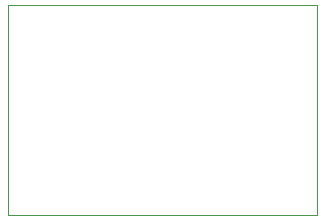
<source format=gbr>
G04 #@! TF.GenerationSoftware,KiCad,Pcbnew,(5.1.0-0)*
G04 #@! TF.CreationDate,2019-09-18T19:57:21-07:00*
G04 #@! TF.ProjectId,LEDRiser8,4c454452-6973-4657-9238-2e6b69636164,rev?*
G04 #@! TF.SameCoordinates,Original*
G04 #@! TF.FileFunction,Profile,NP*
%FSLAX46Y46*%
G04 Gerber Fmt 4.6, Leading zero omitted, Abs format (unit mm)*
G04 Created by KiCad (PCBNEW (5.1.0-0)) date 2019-09-18 19:57:21*
%MOMM*%
%LPD*%
G04 APERTURE LIST*
%ADD10C,0.050000*%
G04 APERTURE END LIST*
D10*
X99822000Y-67056000D02*
X125984000Y-67056000D01*
X99822000Y-84836000D02*
X99822000Y-67056000D01*
X125984000Y-84836000D02*
X99822000Y-84836000D01*
X125984000Y-67056000D02*
X125984000Y-84836000D01*
M02*

</source>
